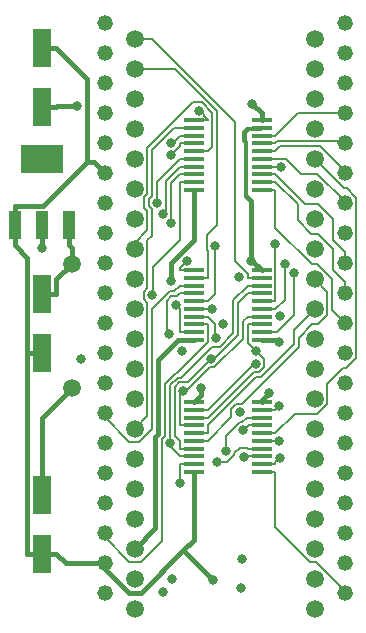
<source format=gtl>
G04 #@! TF.GenerationSoftware,KiCad,Pcbnew,8.0.4*
G04 #@! TF.CreationDate,2024-09-05T13:45:58-03:00*
G04 #@! TF.ProjectId,MSX_Goauld_Rev4,4d53585f-476f-4617-956c-645f52657634,rev?*
G04 #@! TF.SameCoordinates,Original*
G04 #@! TF.FileFunction,Copper,L1,Top*
G04 #@! TF.FilePolarity,Positive*
%FSLAX46Y46*%
G04 Gerber Fmt 4.6, Leading zero omitted, Abs format (unit mm)*
G04 Created by KiCad (PCBNEW 8.0.4) date 2024-09-05 13:45:58*
%MOMM*%
%LPD*%
G01*
G04 APERTURE LIST*
G04 #@! TA.AperFunction,SMDPad,CuDef*
%ADD10R,1.600000X3.200000*%
G04 #@! TD*
G04 #@! TA.AperFunction,SMDPad,CuDef*
%ADD11R,0.980000X2.470000*%
G04 #@! TD*
G04 #@! TA.AperFunction,SMDPad,CuDef*
%ADD12R,3.600000X2.470000*%
G04 #@! TD*
G04 #@! TA.AperFunction,ComponentPad*
%ADD13C,1.320800*%
G04 #@! TD*
G04 #@! TA.AperFunction,SMDPad,CuDef*
%ADD14O,1.740000X0.360000*%
G04 #@! TD*
G04 #@! TA.AperFunction,ComponentPad*
%ADD15C,1.500000*%
G04 #@! TD*
G04 #@! TA.AperFunction,ViaPad*
%ADD16C,0.800000*%
G04 #@! TD*
G04 #@! TA.AperFunction,Conductor*
%ADD17C,0.450000*%
G04 #@! TD*
G04 #@! TA.AperFunction,Conductor*
%ADD18C,0.359800*%
G04 #@! TD*
G04 #@! TA.AperFunction,Conductor*
%ADD19C,0.200000*%
G04 #@! TD*
G04 APERTURE END LIST*
D10*
X152400000Y-83058000D03*
X152400000Y-78058000D03*
D11*
X150100000Y-93080000D03*
X152400000Y-93080000D03*
X154700000Y-93080000D03*
D12*
X152400000Y-87420000D03*
D13*
X178059000Y-124206000D03*
X178059000Y-121666000D03*
X178059000Y-119126000D03*
X178059000Y-116586000D03*
X178059000Y-114046000D03*
X178059000Y-111506000D03*
X178059000Y-108966000D03*
X178059000Y-106426000D03*
X178059000Y-103886000D03*
X178059000Y-101346000D03*
X178059000Y-98806000D03*
X178059000Y-96266000D03*
X178059000Y-93726000D03*
X178059000Y-91186000D03*
X178059000Y-88646000D03*
X178059000Y-86106000D03*
X178059000Y-83566000D03*
X178059000Y-81026000D03*
X178059000Y-78486000D03*
X178059000Y-75946000D03*
X157739000Y-75946000D03*
X157739000Y-78486000D03*
X157739000Y-81026000D03*
X157739000Y-83566000D03*
X157739000Y-86106000D03*
X157739000Y-88646000D03*
X157739000Y-91186000D03*
X157739000Y-93726000D03*
X157739000Y-96266000D03*
X157739000Y-98806000D03*
X157739000Y-101346000D03*
X157739000Y-103886000D03*
X157739000Y-106426000D03*
X157739000Y-108966000D03*
X157739000Y-111506000D03*
X157739000Y-114046000D03*
X157739000Y-116586000D03*
X157739000Y-119126000D03*
X157739000Y-121666000D03*
X157739000Y-124206000D03*
D14*
X165278000Y-108068000D03*
X165278000Y-108718000D03*
X165278000Y-109368000D03*
X165278000Y-110018000D03*
X165278000Y-110678000D03*
X165278000Y-111328000D03*
X165278000Y-111978000D03*
X165278000Y-112628000D03*
X165278000Y-113278000D03*
X165278000Y-113928000D03*
X171018000Y-113928000D03*
X171018000Y-113278000D03*
X171018000Y-112628000D03*
X171018000Y-111978000D03*
X171018000Y-111328000D03*
X171018000Y-110678000D03*
X171018000Y-110018000D03*
X171018000Y-109368000D03*
X171018000Y-108718000D03*
X171018000Y-108068000D03*
X171018000Y-102752000D03*
X171018000Y-102102000D03*
X171018000Y-101452000D03*
X171018000Y-100802000D03*
X171018000Y-100142000D03*
X171018000Y-99492000D03*
X171018000Y-98842000D03*
X171018000Y-98192000D03*
X171018000Y-97542000D03*
X171018000Y-96892000D03*
X165278000Y-96892000D03*
X165278000Y-97542000D03*
X165278000Y-98192000D03*
X165278000Y-98842000D03*
X165278000Y-99492000D03*
X165278000Y-100142000D03*
X165278000Y-100802000D03*
X165278000Y-101452000D03*
X165278000Y-102102000D03*
X165278000Y-102752000D03*
D10*
X152400000Y-115864000D03*
X152400000Y-120864000D03*
X152400000Y-98886000D03*
X152400000Y-103886000D03*
D15*
X160274000Y-77302900D03*
X160274000Y-79842900D03*
X160274000Y-82382900D03*
X160274000Y-84922900D03*
X160274000Y-87462900D03*
X160274000Y-90002900D03*
X160274000Y-92542900D03*
X160274000Y-95082900D03*
X160274000Y-97622900D03*
X160274000Y-100162900D03*
X160274000Y-102702900D03*
X160274000Y-105242900D03*
X160274000Y-107782900D03*
X160274000Y-110322900D03*
X160274000Y-112862900D03*
X160274000Y-115402900D03*
X160274000Y-117942900D03*
X160274000Y-120482900D03*
X160274000Y-123022900D03*
X160274000Y-125562900D03*
X175514000Y-125562900D03*
X175514000Y-123022900D03*
X175514000Y-120482900D03*
X175514000Y-117942900D03*
X175514000Y-115402900D03*
X175514000Y-112862900D03*
X175514000Y-110322900D03*
X175514000Y-107782900D03*
X175514000Y-105242900D03*
X175514000Y-102702900D03*
X175514000Y-100162900D03*
X175514000Y-97622900D03*
X175514000Y-95082900D03*
X175514000Y-92542900D03*
X175514000Y-90002900D03*
X175514000Y-87462900D03*
X175514000Y-84922900D03*
X175514000Y-82382900D03*
X175514000Y-79842900D03*
X175514000Y-77302900D03*
D14*
X165278000Y-84192000D03*
X165278000Y-84842000D03*
X165278000Y-85492000D03*
X165278000Y-86142000D03*
X165278000Y-86802000D03*
X165278000Y-87452000D03*
X165278000Y-88102000D03*
X165278000Y-88752000D03*
X165278000Y-89402000D03*
X165278000Y-90052000D03*
X171018000Y-90052000D03*
X171018000Y-89402000D03*
X171018000Y-88752000D03*
X171018000Y-88102000D03*
X171018000Y-87452000D03*
X171018000Y-86802000D03*
X171018000Y-86142000D03*
X171018000Y-85492000D03*
X171018000Y-84842000D03*
X171018000Y-84192000D03*
D15*
X154990800Y-106821600D03*
X154990800Y-96306000D03*
D16*
X170233700Y-82781300D03*
X155386400Y-82964600D03*
X152400000Y-95001900D03*
X172529100Y-102950500D03*
X165920800Y-106807900D03*
X170140900Y-96083400D03*
X163317900Y-97756400D03*
X164301500Y-103738100D03*
X166916300Y-123080800D03*
X171635000Y-107231300D03*
X172521900Y-111346700D03*
X163379800Y-86086600D03*
X163733000Y-99819200D03*
X167073400Y-94856900D03*
X161723700Y-99014000D03*
X169150400Y-108876200D03*
X163374200Y-87088400D03*
X164106300Y-114895400D03*
X166840100Y-100115200D03*
X172499100Y-108408600D03*
X169107900Y-97424000D03*
X163390600Y-92849200D03*
X172535800Y-112754400D03*
X162182700Y-91150200D03*
X172189700Y-94622600D03*
X163393200Y-123057700D03*
X162677300Y-92141700D03*
X170529600Y-104785300D03*
X162631300Y-124130600D03*
X172974700Y-96378800D03*
X173741200Y-97138700D03*
X172604200Y-100752500D03*
X167781100Y-101452000D03*
X155756300Y-104405600D03*
X169237600Y-123804000D03*
X169339900Y-121321700D03*
X170538800Y-103727600D03*
X167997100Y-112176200D03*
X169498000Y-112652800D03*
X163248700Y-111477900D03*
X167269100Y-113085600D03*
X163217500Y-102304300D03*
X164358900Y-107078000D03*
X166731100Y-104406300D03*
X169484100Y-110428100D03*
X167185500Y-102643300D03*
X164741600Y-96057100D03*
X172656900Y-88171200D03*
X165706300Y-83388900D03*
D17*
X152400000Y-83058000D02*
X153626700Y-83058000D01*
X153626700Y-83058000D02*
X153720100Y-82964600D01*
X152400000Y-95001900D02*
X152400000Y-93080000D01*
X153720100Y-82964600D02*
X155386400Y-82964600D01*
X171018000Y-84192000D02*
X171018000Y-83565600D01*
X171018000Y-83565600D02*
X170233700Y-82781300D01*
X157739000Y-121666000D02*
X154428700Y-121666000D01*
X156213100Y-87738100D02*
X156831100Y-87738100D01*
X171018000Y-102752000D02*
X172314700Y-102752000D01*
X169549200Y-85162700D02*
X169825100Y-84886800D01*
X151174800Y-103886000D02*
X151173300Y-103887500D01*
X169549200Y-85874800D02*
X169549200Y-85162700D01*
X150100000Y-91418300D02*
X152532900Y-91418300D01*
X170140900Y-96083400D02*
X170140900Y-90973000D01*
X170140900Y-90973000D02*
X169722800Y-90554900D01*
X154428700Y-121666000D02*
X153626700Y-120864000D01*
X151173300Y-103887500D02*
X151173300Y-120864000D01*
X163317900Y-96239200D02*
X165278000Y-94279100D01*
D18*
X169825100Y-84886800D02*
X170973200Y-84886800D01*
D17*
X165278000Y-119695900D02*
X165278000Y-113928000D01*
X165278000Y-94279100D02*
X165278000Y-90052000D01*
X171018000Y-96892000D02*
X170209400Y-96083400D01*
X157739000Y-121666000D02*
X157739000Y-122186200D01*
X157739000Y-122186200D02*
X159757700Y-124204900D01*
X160769000Y-124204900D02*
X164404700Y-120569200D01*
X172314700Y-102752000D02*
X172513200Y-102950500D01*
X151174800Y-103886000D02*
X151173300Y-103886000D01*
X156831100Y-87738100D02*
X157739000Y-88646000D01*
X152400000Y-103886000D02*
X151336700Y-103886000D01*
X165278000Y-108068000D02*
X165920800Y-107425200D01*
X152400000Y-78058000D02*
X153626700Y-78058000D01*
X172513200Y-102950500D02*
X172529100Y-102950500D01*
X150100000Y-93080000D02*
X150100000Y-91418300D01*
X150100000Y-93080000D02*
X150100000Y-94741700D01*
D18*
X170973200Y-84886800D02*
X171018000Y-84842000D01*
D17*
X163317900Y-97756400D02*
X163317900Y-96239200D01*
X151336700Y-103886000D02*
X151174800Y-103886000D01*
X164404700Y-120569200D02*
X165278000Y-119695900D01*
D18*
X169722800Y-86048400D02*
X169549200Y-85874800D01*
X169722800Y-90554900D02*
X169722800Y-86048400D01*
D17*
X159757700Y-124204900D02*
X160769000Y-124204900D01*
X151173300Y-103886000D02*
X151173300Y-95815000D01*
X156213100Y-87738100D02*
X156213100Y-80644400D01*
X151173300Y-95815000D02*
X150100000Y-94741700D01*
X164404700Y-120569200D02*
X166916300Y-123080800D01*
X170209400Y-96083400D02*
X170140900Y-96083400D01*
X152532900Y-91418300D02*
X156213100Y-87738100D01*
X152400000Y-120864000D02*
X151173300Y-120864000D01*
X165920800Y-107425200D02*
X165920800Y-106807900D01*
X152400000Y-120864000D02*
X153626700Y-120864000D01*
X156213100Y-80644400D02*
X153626700Y-78058000D01*
X154700000Y-93080000D02*
X154700000Y-94741700D01*
X152400000Y-98886000D02*
X153626700Y-98886000D01*
X153626700Y-98886000D02*
X153626700Y-97619300D01*
X153626700Y-97619300D02*
X154940000Y-96306000D01*
X154940000Y-96306000D02*
X154940000Y-94981700D01*
X154940000Y-94981700D02*
X154700000Y-94741700D01*
X162020300Y-110969300D02*
X162020300Y-118736600D01*
X154940000Y-106821600D02*
X152400000Y-109361600D01*
X162290600Y-110699000D02*
X162020300Y-110969300D01*
X171018000Y-107848300D02*
X171018000Y-108068000D01*
X152400000Y-109361600D02*
X152400000Y-115864000D01*
X163981300Y-102752000D02*
X162290600Y-104442700D01*
X162020300Y-118736600D02*
X160274000Y-120482900D01*
X171635000Y-107231300D02*
X171018000Y-107848300D01*
X165278000Y-102752000D02*
X163981300Y-102752000D01*
X162290600Y-104442700D02*
X162290600Y-110699000D01*
D19*
X172208400Y-111346700D02*
X172521900Y-111346700D01*
X171018000Y-111328000D02*
X172189700Y-111328000D01*
X172189700Y-111328000D02*
X172208400Y-111346700D01*
X163511700Y-86086600D02*
X163379800Y-86086600D01*
X165278000Y-85492000D02*
X164106300Y-85492000D01*
X164106300Y-85492000D02*
X163511700Y-86086600D01*
X164106300Y-100192500D02*
X163733000Y-99819200D01*
X165278000Y-102102000D02*
X164106300Y-102102000D01*
X164106300Y-102102000D02*
X164106300Y-100192500D01*
X161356900Y-98388600D02*
X161022000Y-98723500D01*
X165278000Y-84842000D02*
X163618200Y-84842000D01*
X161356900Y-94329800D02*
X161356900Y-98388600D01*
X161356900Y-99639400D02*
X161356900Y-109240000D01*
X161734900Y-86725300D02*
X161734900Y-90605800D01*
X161734900Y-93951800D02*
X161356900Y-94329800D01*
X161481000Y-90859700D02*
X161481000Y-91440700D01*
X161022000Y-99304500D02*
X161356900Y-99639400D01*
X161356900Y-109240000D02*
X160274000Y-110322900D01*
X163618200Y-84842000D02*
X161734900Y-86725300D01*
X161022000Y-98723500D02*
X161022000Y-99304500D01*
X161734900Y-91694600D02*
X161734900Y-93951800D01*
X161734900Y-90605800D02*
X161481000Y-90859700D01*
X161481000Y-91440700D02*
X161734900Y-91694600D01*
X166449700Y-99492000D02*
X167073400Y-98868300D01*
X167073400Y-98868300D02*
X167073400Y-94856900D01*
X165278000Y-99492000D02*
X166449700Y-99492000D01*
X161864500Y-98873200D02*
X161723700Y-99014000D01*
X164106300Y-89402000D02*
X164106300Y-94338700D01*
X164106300Y-94338700D02*
X161864500Y-96580500D01*
X161864500Y-96580500D02*
X161864500Y-98873200D01*
X165278000Y-89402000D02*
X164106300Y-89402000D01*
X164106300Y-86142000D02*
X164106300Y-86356300D01*
X165278000Y-86142000D02*
X164106300Y-86142000D01*
X164106300Y-86356300D02*
X163374200Y-87088400D01*
X168446900Y-109330800D02*
X168446900Y-108587200D01*
X175294500Y-101432900D02*
X175815900Y-101432900D01*
X168446900Y-108587200D02*
X168861400Y-108172700D01*
X174147700Y-103348400D02*
X174147700Y-102579700D01*
X176574400Y-98683300D02*
X175514000Y-97622900D01*
X169323400Y-108172700D02*
X174147700Y-103348400D01*
X165278000Y-111328000D02*
X166449700Y-111328000D01*
X168861400Y-108172700D02*
X169323400Y-108172700D01*
X174147700Y-102579700D02*
X175294500Y-101432900D01*
X176574400Y-100674400D02*
X176574400Y-98683300D01*
X166449700Y-111328000D02*
X168446900Y-109330800D01*
X175815900Y-101432900D02*
X176574400Y-100674400D01*
X164106300Y-113278000D02*
X164106300Y-114895400D01*
X165278000Y-113278000D02*
X164106300Y-113278000D01*
X166449700Y-100142000D02*
X166476500Y-100115200D01*
X165278000Y-100142000D02*
X166449700Y-100142000D01*
X166476500Y-100115200D02*
X166840100Y-100115200D01*
X172189700Y-108718000D02*
X172499100Y-108408600D01*
X171018000Y-108718000D02*
X172189700Y-108718000D01*
X163390600Y-89467700D02*
X164106300Y-88752000D01*
X163390600Y-92849200D02*
X163390600Y-89467700D01*
X165278000Y-88752000D02*
X164106300Y-88752000D01*
X167253500Y-93044700D02*
X166371700Y-93926500D01*
X166371700Y-93926500D02*
X166371700Y-95147400D01*
X166371700Y-95147400D02*
X166449700Y-95225400D01*
X166449700Y-95225400D02*
X166449700Y-97542000D01*
X165278000Y-97542000D02*
X166449700Y-97542000D01*
X167253500Y-83369700D02*
X167253500Y-93044700D01*
X160274000Y-79842900D02*
X163726700Y-79842900D01*
X163726700Y-79842900D02*
X167253500Y-83369700D01*
X172189700Y-113100500D02*
X172189700Y-113278000D01*
X172535800Y-112754400D02*
X172189700Y-113100500D01*
X171018000Y-113278000D02*
X172189700Y-113278000D01*
X177903900Y-105156000D02*
X178172400Y-105156000D01*
X179036100Y-104292300D02*
X179036100Y-90721900D01*
X178230200Y-89916000D02*
X177967100Y-89916000D01*
X177967100Y-89916000D02*
X175514000Y-87462900D01*
X171018000Y-110678000D02*
X172189700Y-110678000D01*
X179036100Y-90721900D02*
X178230200Y-89916000D01*
X178172400Y-105156000D02*
X179036100Y-104292300D01*
X176584700Y-106475200D02*
X177903900Y-105156000D01*
X176584700Y-108212100D02*
X176584700Y-106475200D01*
X175743900Y-109052900D02*
X176584700Y-108212100D01*
X172189700Y-110678000D02*
X173814800Y-109052900D01*
X173814800Y-109052900D02*
X175743900Y-109052900D01*
X169846300Y-97159200D02*
X168769100Y-96082000D01*
X168769100Y-96082000D02*
X168769100Y-84317000D01*
X169846300Y-97542000D02*
X169846300Y-97159200D01*
X171018000Y-97542000D02*
X169846300Y-97542000D01*
X168769100Y-84317000D02*
X161755000Y-77302900D01*
X161755000Y-77302900D02*
X160274000Y-77302900D01*
X162182700Y-89375600D02*
X162182700Y-91150200D01*
X164106300Y-87452000D02*
X162182700Y-89375600D01*
X165278000Y-87452000D02*
X164106300Y-87452000D01*
X161333200Y-90439500D02*
X161079300Y-90693400D01*
X165960200Y-82650300D02*
X165188600Y-82650300D01*
X161333200Y-91860900D02*
X161333200Y-93468600D01*
X161333200Y-86505700D02*
X161333200Y-90439500D01*
X161079300Y-91607000D02*
X161333200Y-91860900D01*
X166851400Y-83541500D02*
X165960200Y-82650300D01*
X161079300Y-90693400D02*
X161079300Y-91607000D01*
X166851400Y-86400300D02*
X166851400Y-83541500D01*
X166449700Y-86802000D02*
X166851400Y-86400300D01*
X161333200Y-93468600D02*
X160274000Y-94527800D01*
X165278000Y-86802000D02*
X166449700Y-86802000D01*
X165188600Y-82650300D02*
X161333200Y-86505700D01*
X160274000Y-94527800D02*
X160274000Y-95082900D01*
X172189700Y-94622600D02*
X172189700Y-99492000D01*
X171018000Y-99492000D02*
X172189700Y-99492000D01*
X162888800Y-91930200D02*
X162888800Y-89319500D01*
X162888800Y-89319500D02*
X164106300Y-88102000D01*
X162677300Y-92141700D02*
X162888800Y-91930200D01*
X165278000Y-88102000D02*
X164106300Y-88102000D01*
X170382400Y-104785300D02*
X170529600Y-104785300D01*
X166449700Y-108718000D02*
X170382400Y-104785300D01*
X165278000Y-108718000D02*
X166449700Y-108718000D01*
X172189700Y-100142000D02*
X172974700Y-99357000D01*
X171018000Y-100142000D02*
X172189700Y-100142000D01*
X172974700Y-99357000D02*
X172974700Y-96378800D01*
X170990000Y-105888800D02*
X173746000Y-103132800D01*
X166449700Y-110678000D02*
X166449700Y-110015200D01*
X170576100Y-105888800D02*
X170990000Y-105888800D01*
X165278000Y-110678000D02*
X166449700Y-110678000D01*
X173746000Y-101930900D02*
X175514000Y-100162900D01*
X173746000Y-103132800D02*
X173746000Y-101930900D01*
X166449700Y-110015200D02*
X170576100Y-105888800D01*
X173741200Y-100643100D02*
X173741200Y-97138700D01*
X171018000Y-102102000D02*
X172189700Y-102102000D01*
X172189700Y-102102000D02*
X172282300Y-102102000D01*
X172282300Y-102102000D02*
X173741200Y-100643100D01*
X171018000Y-101452000D02*
X169846300Y-101452000D01*
X170401000Y-105487100D02*
X166520100Y-109368000D01*
X171234800Y-105073900D02*
X170821600Y-105487100D01*
X170821600Y-105487100D02*
X170401000Y-105487100D01*
X170538800Y-103727600D02*
X171234800Y-104423600D01*
X169846300Y-101452000D02*
X169846300Y-103035100D01*
X166520100Y-109368000D02*
X165278000Y-109368000D01*
X169846300Y-103035100D02*
X170538800Y-103727600D01*
X171234800Y-104423600D02*
X171234800Y-105073900D01*
X157739000Y-119482600D02*
X157739000Y-119126000D01*
X167997100Y-110922900D02*
X167997100Y-112176200D01*
X171018000Y-109368000D02*
X169749700Y-109368000D01*
X169391300Y-109726400D02*
X169193600Y-109726400D01*
X162547000Y-111187400D02*
X162547000Y-119790700D01*
X163833100Y-105572900D02*
X163734200Y-105572900D01*
X160781200Y-121556500D02*
X159812900Y-121556500D01*
X159812900Y-121556500D02*
X157739000Y-119482600D01*
X162547000Y-119790700D02*
X160781200Y-121556500D01*
X169193600Y-109726400D02*
X167997100Y-110922900D01*
X166449700Y-102956300D02*
X163833100Y-105572900D01*
X162817400Y-106489700D02*
X162817400Y-110917000D01*
X166449700Y-101452000D02*
X166449700Y-102956300D01*
X169749700Y-109368000D02*
X169391300Y-109726400D01*
X162817400Y-110917000D02*
X162547000Y-111187400D01*
X163734200Y-105572900D02*
X162817400Y-106489700D01*
X165278000Y-101452000D02*
X166449700Y-101452000D01*
X161763000Y-100122800D02*
X161763000Y-110325200D01*
X169846300Y-112628000D02*
X169821500Y-112652800D01*
X163637200Y-98661100D02*
X163224700Y-98661100D01*
X160682200Y-111406000D02*
X159822400Y-111406000D01*
X161763000Y-110325200D02*
X160682200Y-111406000D01*
X164106300Y-98192000D02*
X163637200Y-98661100D01*
X157739000Y-109322600D02*
X157739000Y-108966000D01*
X163224700Y-98661100D02*
X161763000Y-100122800D01*
X169821500Y-112652800D02*
X169498000Y-112652800D01*
X165278000Y-98192000D02*
X164106300Y-98192000D01*
X171018000Y-112628000D02*
X169846300Y-112628000D01*
X159822400Y-111406000D02*
X157739000Y-109322600D01*
X171018000Y-113928000D02*
X172189700Y-113928000D01*
X172189700Y-113928000D02*
X172189700Y-118645900D01*
X175600300Y-121611300D02*
X178059000Y-124070000D01*
X172189700Y-118645900D02*
X175155100Y-121611300D01*
X178059000Y-124070000D02*
X178059000Y-124206000D01*
X175155100Y-121611300D02*
X175600300Y-121611300D01*
X168633000Y-99405300D02*
X169846300Y-98192000D01*
X168633000Y-102188400D02*
X168633000Y-99405300D01*
X171018000Y-98192000D02*
X169846300Y-98192000D01*
X163248700Y-111477900D02*
X163253900Y-111472700D01*
X165278000Y-112628000D02*
X164106300Y-112628000D01*
X163253900Y-111472700D02*
X163253900Y-106621200D01*
X163248700Y-111770400D02*
X164106300Y-112628000D01*
X163900500Y-105974600D02*
X164170600Y-105974600D01*
X163253900Y-106621200D02*
X163900500Y-105974600D01*
X166798500Y-103346700D02*
X167474700Y-103346700D01*
X167474700Y-103346700D02*
X168633000Y-102188400D01*
X164170600Y-105974600D02*
X166798500Y-103346700D01*
X163248700Y-111477900D02*
X163248700Y-111770400D01*
X163885500Y-99062800D02*
X163391000Y-99062800D01*
X163391000Y-99062800D02*
X162979800Y-99474000D01*
X165278000Y-98842000D02*
X164106300Y-98842000D01*
X162979800Y-99474000D02*
X162979800Y-102066600D01*
X169153400Y-111893800D02*
X169762100Y-111893800D01*
X164106300Y-98842000D02*
X163885500Y-99062800D01*
X169762100Y-111893800D02*
X169846300Y-111978000D01*
X162979800Y-102066600D02*
X163217500Y-102304300D01*
X168090400Y-113085600D02*
X168698900Y-112477100D01*
X168698900Y-112477100D02*
X168698900Y-112348300D01*
X171018000Y-111978000D02*
X169846300Y-111978000D01*
X167269100Y-113085600D02*
X168090400Y-113085600D01*
X168698900Y-112348300D02*
X169153400Y-111893800D01*
X169436400Y-101211900D02*
X169846300Y-100802000D01*
X165278000Y-110018000D02*
X164106300Y-110018000D01*
X164106300Y-107330600D02*
X164358900Y-107078000D01*
X164106300Y-110018000D02*
X164106300Y-107330600D01*
X167029100Y-105109200D02*
X169436400Y-102701900D01*
X169436400Y-102701900D02*
X169436400Y-101211900D01*
X166622600Y-105109200D02*
X167029100Y-105109200D01*
X171018000Y-100802000D02*
X169846300Y-100802000D01*
X164653800Y-107078000D02*
X166622600Y-105109200D01*
X164358900Y-107078000D02*
X164653800Y-107078000D01*
X164761100Y-106376300D02*
X164066800Y-106376300D01*
X163655600Y-107368600D02*
X163680000Y-107393000D01*
X166987900Y-104406300D02*
X169034700Y-102359500D01*
X166731100Y-104406300D02*
X166987900Y-104406300D01*
X163680000Y-110916900D02*
X164106300Y-111343200D01*
X169034700Y-99653600D02*
X169846300Y-98842000D01*
X164066800Y-106376300D02*
X163655600Y-106787500D01*
X163655600Y-106787500D02*
X163655600Y-107368600D01*
X169034700Y-102359500D02*
X169034700Y-99653600D01*
X171018000Y-98842000D02*
X169846300Y-98842000D01*
X164106300Y-111343200D02*
X164106300Y-111978000D01*
X163680000Y-107393000D02*
X163680000Y-110916900D01*
X166731100Y-104406300D02*
X164761100Y-106376300D01*
X165278000Y-111978000D02*
X164106300Y-111978000D01*
X165278000Y-100802000D02*
X166449700Y-100802000D01*
X169846300Y-110018000D02*
X169846300Y-110065900D01*
X171018000Y-110018000D02*
X169846300Y-110018000D01*
X167078900Y-102536700D02*
X167185500Y-102643300D01*
X166449700Y-100802000D02*
X167078900Y-101431200D01*
X167078900Y-101431200D02*
X167078900Y-102536700D01*
X169846300Y-110065900D02*
X169484100Y-110428100D01*
X164106300Y-96692400D02*
X164741600Y-96057100D01*
X164106300Y-96892000D02*
X164106300Y-96692400D01*
X165278000Y-96892000D02*
X164106300Y-96892000D01*
X175747900Y-88732900D02*
X178059000Y-91044000D01*
X171018000Y-87452000D02*
X173098900Y-87452000D01*
X173098900Y-87452000D02*
X174379800Y-88732900D01*
X174379800Y-88732900D02*
X175747900Y-88732900D01*
X178059000Y-91044000D02*
X178059000Y-91186000D01*
X172587700Y-88102000D02*
X172656900Y-88171200D01*
X171018000Y-88102000D02*
X172587700Y-88102000D01*
X174088000Y-91300300D02*
X172189700Y-89402000D01*
X171018000Y-89402000D02*
X172189700Y-89402000D01*
X178059000Y-98806000D02*
X178059000Y-97897200D01*
X175755100Y-93812900D02*
X175238200Y-93812900D01*
X177044800Y-96883000D02*
X177044800Y-95102600D01*
X175238200Y-93812900D02*
X174088000Y-92662700D01*
X177044800Y-95102600D02*
X175755100Y-93812900D01*
X178059000Y-97897200D02*
X177044800Y-96883000D01*
X174088000Y-92662700D02*
X174088000Y-91300300D01*
X171018000Y-86142000D02*
X172189700Y-86142000D01*
X177927600Y-85974600D02*
X178059000Y-86106000D01*
X172357100Y-85974600D02*
X177927600Y-85974600D01*
X172189700Y-86142000D02*
X172357100Y-85974600D01*
X172189700Y-88752000D02*
X174710600Y-91272900D01*
X175822400Y-91272900D02*
X177045800Y-92496300D01*
X178059000Y-95304600D02*
X178059000Y-96266000D01*
X177045800Y-92496300D02*
X177045800Y-94291400D01*
X171018000Y-88752000D02*
X172189700Y-88752000D01*
X174710600Y-91272900D02*
X175822400Y-91272900D01*
X177045800Y-94291400D02*
X178059000Y-95304600D01*
X171018000Y-85492000D02*
X172189700Y-85492000D01*
X172189700Y-85492000D02*
X174115700Y-83566000D01*
X174115700Y-83566000D02*
X178059000Y-83566000D01*
X165846200Y-83388900D02*
X166128500Y-83671200D01*
X166128500Y-83757600D02*
X166130000Y-83759100D01*
X166448200Y-84140700D02*
X166448200Y-84190400D01*
X165706300Y-83388900D02*
X165846200Y-83388900D01*
X166449700Y-84191900D02*
X166449700Y-84192000D01*
X166130000Y-83822500D02*
X166448200Y-84140700D01*
X166448200Y-84190400D02*
X166449700Y-84191900D01*
X166130000Y-83759100D02*
X166130000Y-83822500D01*
X165278000Y-84192000D02*
X166449700Y-84192000D01*
X166128500Y-83671200D02*
X166128500Y-83757600D01*
X175251500Y-96352900D02*
X172189700Y-93291100D01*
X172189700Y-93291100D02*
X172189700Y-90052000D01*
X176984900Y-100271900D02*
X176984900Y-97594300D01*
X176984900Y-97594300D02*
X175743500Y-96352900D01*
X171018000Y-90052000D02*
X172189700Y-90052000D01*
X178059000Y-101346000D02*
X176984900Y-100271900D01*
X175743500Y-96352900D02*
X175251500Y-96352900D01*
X172609400Y-86382300D02*
X172189700Y-86802000D01*
X175931300Y-86382300D02*
X172609400Y-86382300D01*
X171018000Y-86802000D02*
X172189700Y-86802000D01*
X178059000Y-88510000D02*
X175931300Y-86382300D01*
X178059000Y-88646000D02*
X178059000Y-88510000D01*
M02*

</source>
